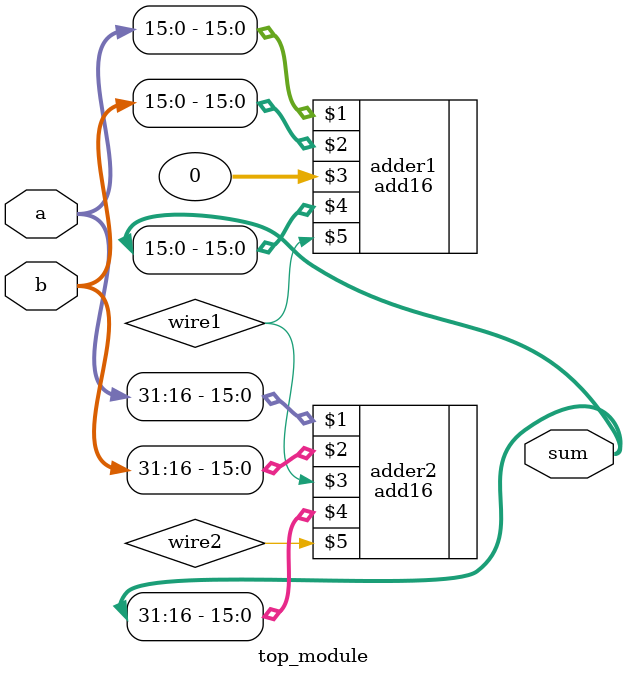
<source format=v>
module top_module(
    input [31:0] a,
    input [31:0] b,
    output [31:0] sum
);
    // we need two wires to handle the cout and cin values. adder1 can take 0 as the cin value.
    // the cout from adder1 has to go to adder2's cin, so assign that cout to wire1 and pass it
    // to adder2 as the cin value. Then, use wire2 to store cout from adder2
    wire wire1, wire2;
    add16 adder1 ( a[15:0], b[15:0], 0, sum[15:0], wire1 );
    add16 adder2 ( a[31:16], b[31:16], wire1, sum[31:16], wire2 );

endmodule

</source>
